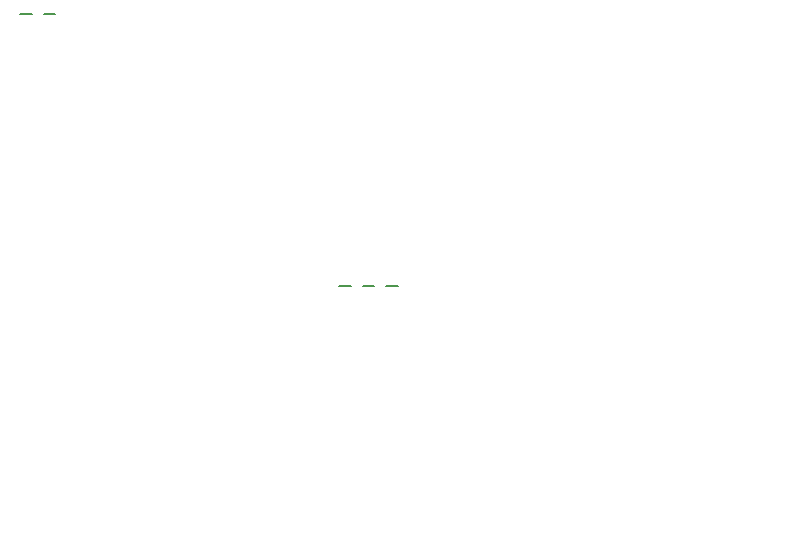
<source format=gbo>
G04 #@! TF.GenerationSoftware,KiCad,Pcbnew,6.0*
G04 #@! TF.CreationDate,2024-12-16T04:50:00+00:00*
G04 #@! TF.ProjectId,SmartHomeController,736D617274686F6D6520636F6E74726F,3.1*
G04 #@! TF.SameCoordinates,Original*
G04 #@! TF.FileFunction,Legend,Bot*
G04 #@! TF.FilePolarity,Positive*
%FSLAX46Y46*%
G04 Gerber Fmt 4.6, Leading zero omitted, Abs format (unit mm)*
G04 Bottom silkscreen - minimal markings*
%MOMM*%
%LPD*%
G01*
G04 APERTURE LIST*
%ADD10C,0.150000*%
%ADD11C,0.200000*%
G04 APERTURE END LIST*
D11*
G04 "GROUND PLANE" text*
X30000000Y25000000D02*
X31000000Y25000000D01*
X32000000Y25000000D02*
X33000000Y25000000D01*
X34000000Y25000000D02*
X35000000Y25000000D01*
G04 Mounting hole markers*
D10*
X3500000Y3500000D03*
X66500000Y3500000D03*
X3500000Y46500000D03*
X66500000Y46500000D03*
G04 Copyright notice*
D11*
X3000000Y48000000D02*
X4000000Y48000000D01*
X5000000Y48000000D02*
X6000000Y48000000D01*
M02*

</source>
